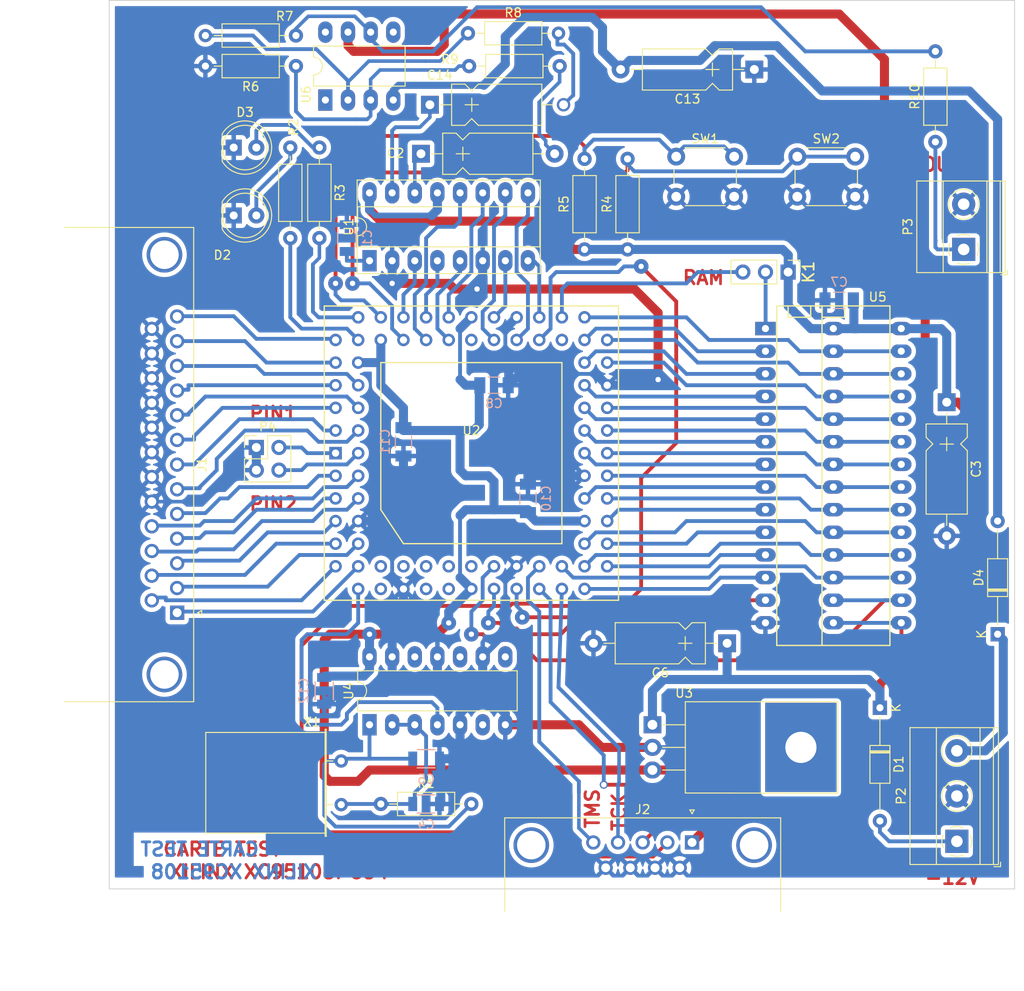
<source format=kicad_pcb>
(kicad_pcb (version 20210424) (generator pcbnew)
  (title_block (title "CARTE TEST XILINX XC95108") (rev "0"))
  (layers (0 "F.Cu" signal) (31 "B.Cu" signal) (34 "B.Paste" user) (35 "F.Paste" user) (36 "B.SilkS" user "B.Silkscreen") (37 "F.SilkS" user "F.Silkscreen") (38 "B.Mask" user) (39 "F.Mask" user) (44 "Edge.Cuts" user))
  (net 0 "")
  (net 1 "+12V")
  (net 2 "-12V")
  (net 3 "/CSMEM")
  (net 4 "/DAT0")
  (net 5 "/DAT1")
  (net 6 "/DAT2")
  (net 7 "/DAT3")
  (net 8 "/DAT4")
  (net 9 "/DAT5")
  (net 10 "/DAT6")
  (net 11 "/DAT7")
  (net 12 "/DCLK")
  (net 13 "/LED1")
  (net 14 "/LED2")
  (net 15 "/MA0")
  (net 16 "/MA1")
  (net 17 "/MA2")
  (net 18 "/MA3")
  (net 19 "/MA4")
  (net 20 "/MA5")
  (net 21 "/MA6")
  (net 22 "/MA7")
  (net 23 "/MD0")
  (net 24 "/MD1")
  (net 25 "/MD10")
  (net 26 "/MD11")
  (net 27 "/MD12")
  (net 28 "/MD13")
  (net 29 "/MD14")
  (net 30 "/MD2")
  (net 31 "/MD3")
  (net 32 "/MD4")
  (net 33 "/MD5")
  (net 34 "/MD6")
  (net 35 "/MD7")
  (net 36 "/MD8")
  (net 37 "/MD9")
  (net 38 "/OEMEM")
  (net 39 "/PARBUS0")
  (net 40 "/PARBUS1")
  (net 41 "/PARBUS2")
  (net 42 "/PARBUS3")
  (net 43 "/PARBUS4")
  (net 44 "/PARBUS5")
  (net 45 "/PARBUS6")
  (net 46 "/PARBUS7")
  (net 47 "/PAR_AUX0{slash}STROBE*")
  (net 48 "/PAR_AUX6{slash}ACK")
  (net 49 "/PAR_AUX5{slash}BUSY*")
  (net 50 "/PAR_AUX4{slash}PE")
  (net 51 "/PAR_AUX3{slash}SELECT*")
  (net 52 "/PAR_AUX2{slash}AUTOLF*")
  (net 53 "/PAR_AUX1{slash}ERROR*")
  (net 54 "/PAR_AUX7{slash}INIT")
  (net 55 "/PAR_AUX8{slash}SELECT")
  (net 56 "/PIN_TEST0")
  (net 57 "/PIN_TEST1")
  (net 58 "/XIN{slash}CLK")
  (net 59 "/SW0")
  (net 60 "/SW1")
  (net 61 "/TCK")
  (net 62 "/TDI")
  (net 63 "/TDO")
  (net 64 "/TMS")
  (net 66 "GND")
  (net 67 "Net-(C1-Pad1)")
  (net 68 "Net-(C14-Pad1)")
  (net 69 "Net-(C14-Pad2)")
  (net 70 "Net-(C2-Pad1)")
  (net 71 "Net-(C2-Pad2)")
  (net 72 "Net-(C4-Pad1)")
  (net 73 "Net-(C5-Pad1)")
  (net 74 "Net-(K1-Pad2)")
  (net 75 "Net-(P3-Pad1)")
  (net 76 "Net-(R10-Pad2)")
  (net 77 "Net-(R6-Pad1)")
  (net 78 "Net-(R7-Pad2)")
  (net 79 "VCC")
  (net 80 "/+12BATT")
  (net 81 "/-12BATT")
  (net 82 "Net-(D2-Pad2)")
  (net 83 "Net-(D3-Pad2)")
  (net 91 "/R{slash}W-A14")
  (footprint "Diode_THT:D_DO-35_SOD27_P12.70mm_Horizontal" (layer "F.Cu") (at 181.102 115.57 -90)
    (fp_text reference "D1")
    (fp_text value "1N4004")
  )
  (footprint "Diode_THT:D_DO-35_SOD27_P12.70mm_Horizontal" (layer "F.Cu") (at 194.31 107.315 90)
    (fp_text reference "D4")
    (fp_text value "1N4004")
  )
  (footprint "Button_Switch_THT:SW_PUSH_6mm_h4.3mm" (layer "F.Cu") (at 158.242 53.721)
    (fp_text reference "SW1")
    (fp_text value "SW_PUSH")
  )
  (footprint "Sockets:PLCC84" (layer "F.Cu") (at 135.255 86.995)
    (fp_text reference "U2")
    (fp_text value "XC95108PC84")
  )
  (footprint "Package_DIP:DIP-14_W7.62mm_LongPads" (layer "F.Cu") (at 123.825 117.475 90)
    (fp_text reference "U4")
    (fp_text value "74HC04")
  )
  (footprint "Connector_PinHeader_2.54mm:PinHeader_2x02_P2.54mm_Vertical" (layer "F.Cu") (at 111.125 86.36)
    (fp_text reference "P4")
    (fp_text value "CONN_2X2")
  )
  (footprint "Connector_PinHeader_2.54mm:PinHeader_1x03_P2.54mm_Vertical" (layer "F.Cu") (at 170.8 66.675 -90)
    (fp_text reference "K1")
    (fp_text value "CONN_3" hide)
  )
  (footprint "Resistor_THT:R_Axial_DIN0207_L6.3mm_D2.5mm_P10.16mm_Horizontal" (layer "F.Cu") (at 114.935 52.705 -90)
    (fp_text reference "R2")
    (fp_text value "330")
  )
  (footprint "Resistor_THT:R_Axial_DIN0207_L6.3mm_D2.5mm_P10.16mm_Horizontal" (layer "F.Cu") (at 134.874 39.878)
    (fp_text reference "R8")
    (fp_text value "2,2K")
  )
  (footprint "Resistor_THT:R_Axial_DIN0207_L6.3mm_D2.5mm_P10.16mm_Horizontal" (layer "F.Cu") (at 187.325 52.07 90)
    (fp_text reference "R10")
    (fp_text value "75")
  )
  (footprint "Resistor_THT:R_Axial_DIN0207_L6.3mm_D2.5mm_P10.16mm_Horizontal" (layer "F.Cu") (at 135.001 43.561)
    (fp_text reference "R9")
    (fp_text value "2,2K")
  )
  (footprint "Resistor_THT:R_Axial_DIN0207_L6.3mm_D2.5mm_P10.16mm_Horizontal" (layer "F.Cu") (at 125.095 126.365)
    (fp_text reference "R1")
    (fp_text value "100K")
  )
  (footprint "Resistor_THT:R_Axial_DIN0207_L6.3mm_D2.5mm_P10.16mm_Horizontal" (layer "F.Cu") (at 147.955 64.135 90)
    (fp_text reference "R5")
    (fp_text value "4,7K")
  )
  (footprint "Resistor_THT:R_Axial_DIN0207_L6.3mm_D2.5mm_P10.16mm_Horizontal" (layer "F.Cu") (at 115.57 43.561 180)
    (fp_text reference "R6")
    (fp_text value "1,1k")
  )
  (footprint "Resistor_THT:R_Axial_DIN0207_L6.3mm_D2.5mm_P10.16mm_Horizontal" (layer "F.Cu") (at 118.2 52.7 -90)
    (fp_text reference "R3")
    (fp_text value "330")
  )
  (footprint "Package_DIP:DIP-16_W7.62mm_Socket_LongPads" (layer "F.Cu") (at 123.825 65.405 90)
    (fp_text reference "U1")
    (fp_text value "TDA8702")
  )
  (footprint "Crystal:Crystal_HC18-U_Horizontal" (layer "F.Cu") (at 120.65 121.539 -90)
    (fp_text reference "X1")
    (fp_text value "10MHz")
  )
  (footprint "Resistor_THT:R_Axial_DIN0207_L6.3mm_D2.5mm_P10.16mm_Horizontal" (layer "F.Cu") (at 152.781 64.135 90)
    (fp_text reference "R4")
    (fp_text value "4,7K")
  )
  (footprint "Resistor_THT:R_Axial_DIN0207_L6.3mm_D2.5mm_P10.16mm_Horizontal" (layer "F.Cu") (at 115.57 40.132 180)
    (fp_text reference "R7")
    (fp_text value "1,1K")
  )
  (footprint "LED_THT:LED_D5.0mm" (layer "F.Cu") (at 108.585 52.705)
    (fp_text reference "D3")
    (fp_text value "LED")
  )
  (footprint "LED_THT:LED_D5.0mm" (layer "F.Cu") (at 108.585 60.325)
    (fp_text reference "D2")
    (fp_text value "LED")
  )
  (footprint "Package_DIP:DIP-8_W7.62mm_LongPads" (layer "F.Cu") (at 118.872 47.371 90)
    (fp_text reference "U6")
    (fp_text value "LM318N")
  )
  (footprint "Connector_Dsub:DSUB-25_Female_Horizontal_P2.77x2.84mm_EdgePinOffset9.90mm_Housed_MountingHolesOffset11.32mm" (layer "F.Cu") (at 102.235 104.902 -90)
    (fp_text reference "J1")
    (fp_text value "DB25")
  )
  (footprint "Package_TO_SOT_THT:TO-220-3_Horizontal_TabDown" (layer "F.Cu") (at 155.575 117.475 -90)
    (fp_text reference "U3")
    (fp_text value "LM7805")
  )
  (footprint "Connector_Dsub:DSUB-9_Female_Horizontal_P2.77x2.84mm_EdgePinOffset4.94mm_Housed_MountingHolesOffset7.48mm" (layer "F.Cu") (at 160.02 130.683)
    (fp_text reference "J2")
    (fp_text value "DB9FEM")
  )
  (footprint "TerminalBlock_Phoenix:TerminalBlock_Phoenix_MKDS-1,5-3-5.08_1x03_P5.08mm_Horizontal" (layer "F.Cu") (at 189.738 130.556 90)
    (fp_text reference "P2")
    (fp_text value "CONN_3")
  )
  (footprint "TerminalBlock_Phoenix:TerminalBlock_Phoenix_MKDS-1,5-2-5.08_1x02_P5.08mm_Horizontal" (layer "F.Cu") (at 190.5 64.135 90)
    (fp_text reference "P3")
    (fp_text value "CONN_2")
  )
  (footprint "Capacitor_THT:CP_Axial_L10.0mm_D4.5mm_P15.00mm_Horizontal" (layer "F.Cu") (at 167.005 43.942 180)
    (fp_text reference "C13")
    (fp_text value "10uF")
  )
  (footprint "Capacitor_THT:CP_Axial_L10.0mm_D4.5mm_P15.00mm_Horizontal" (layer "F.Cu") (at 163.957 108.331 180)
    (fp_text reference "C6")
    (fp_text value "47uF")
  )
  (footprint "Capacitor_THT:CP_Axial_L10.0mm_D4.5mm_P15.00mm_Horizontal" (layer "F.Cu") (at 188.595 81.28 -90)
    (fp_text reference "C3")
    (fp_text value "10uF")
  )
  (footprint "Capacitor_THT:CP_Axial_L10.0mm_D4.5mm_P15.00mm_Horizontal" (layer "F.Cu") (at 129.6 53.4)
    (fp_text reference "C2")
    (fp_text value "10uF")
  )
  (footprint "Button_Switch_THT:SW_PUSH_6mm_h4.3mm" (layer "F.Cu") (at 171.831 53.721)
    (fp_text reference "SW2")
    (fp_text value "SW_PUSH")
  )
  (footprint "Sockets_DIP:DIP-28__300__600_ELL" (layer "F.Cu") (at 168.275 73.025)
    (fp_text reference "U5")
    (fp_text value "RAM_32KO")
  )
  (footprint "Capacitor_THT:CP_Axial_L10.0mm_D4.5mm_P15.00mm_Horizontal" (layer "F.Cu") (at 130.6 47.9)
    (fp_text reference "C14")
    (fp_text value "10uF")
  )
  (footprint "Capacitors_SMD:C_1206" (layer "B.Cu") (at 121.285 62.865 90)
    (fp_text reference "C1")
    (fp_text value "100nF")
  )
  (footprint "Capacitors_SMD:C_1206" (layer "B.Cu") (at 130.175 126.365)
    (fp_text reference "C4")
    (fp_text value "22pF")
  )
  (footprint "Capacitors_SMD:C_1206" (layer "B.Cu") (at 130.175 121.285)
    (fp_text reference "C5")
    (fp_text value "22pF")
  )
  (footprint "Capacitors_SMD:C_1206" (layer "B.Cu") (at 118.745 113.665 -90)
    (fp_text reference "C12")
    (fp_text value "100nF")
  )
  (footprint "Capacitor_SMD:C_1206_3216Metric_Pad1.24x1.80mm_HandSolder" (layer "B.Cu") (at 127.635 85.725 -90)
    (fp_text reference "C11")
    (fp_text value "100nF")
  )
  (footprint "Capacitor_SMD:C_1206_3216Metric_Pad1.24x1.80mm_HandSolder" (layer "B.Cu") (at 141.605 92.075 90)
    (fp_text reference "C10")
    (fp_text value "100nF")
  )
  (footprint "Capacitor_SMD:C_1206_3216Metric_Pad1.24x1.80mm_HandSolder" (layer "B.Cu") (at 137.795 79.375)
    (fp_text reference "C8")
    (fp_text value "100nF")
  )
  (footprint "Capacitor_SMD:C_1206_3216Metric_Pad1.24x1.80mm_HandSolder" (layer "B.Cu") (at 176.53 69.85 180)
    (fp_text reference "C7")
    (fp_text value "100nF")
  )
  (gr_line (start 196.215 37.465) (end 196.215 36.195) (angle 90) (layer "Edge.Cuts") (width 0.1))
  (gr_line (start 94.615 46.355) (end 94.615 53.975) (angle 90) (layer "Edge.Cuts") (width 0.1))
  (gr_line (start 196.215 36.195) (end 94.615 36.195) (angle 90) (layer "Edge.Cuts") (width 0.1))
  (gr_line (start 196.215 135.89) (end 194.945 135.89) (angle 90) (layer "Edge.Cuts") (width 0.1))
  (gr_line (start 160.655 135.89) (end 192.405 135.89) (angle 90) (layer "Edge.Cuts") (width 0.1))
  (gr_line (start 94.615 53.975) (end 94.615 132.715) (angle 90) (layer "Edge.Cuts") (width 0.1))
  (gr_line (start 94.615 132.715) (end 94.615 133.985) (angle 90) (layer "Edge.Cuts") (width 0.1))
  (gr_line (start 94.615 36.195) (end 94.615 46.355) (angle 90) (layer "Edge.Cuts") (width 0.1))
  (gr_line (start 192.405 135.89) (end 194.945 135.89) (angle 90) (layer "Edge.Cuts") (width 0.1))
  (gr_line (start 196.215 37.465) (end 196.215 135.89) (angle 90) (layer "Edge.Cuts") (width 0.1))
  (gr_line (start 94.615 133.985) (end 94.615 135.89) (angle 90) (layer "Edge.Cuts") (width 0.1))
  (gr_line (start 94.615 135.89) (end 144.78 135.89) (angle 90) (layer "Edge.Cuts") (width 0.1))
  (gr_line (start 144.78 135.89) (end 160.655 135.89) (angle 90) (layer "Edge.Cuts") (width 0.1))
  (gr_text "TCK" (at 151.83866 127.254 90) (layer "F.Cu") (effects (font (size 1.524 1.524) (thickness 0.3048))))
  (gr_text "XILINX XC95108PC84" (at 113.665 133.985) (layer "F.Cu") (effects (font (size 1.524 1.524) (thickness 0.3048))))
  (gr_text "ROM" (at 176.53 67.31) (layer "F.Cu") (effects (font (size 1.524 1.524) (thickness 0.3048))))
  (gr_text "GND" (at 187.325 68.58) (layer "F.Cu") (effects (font (size 1.524 1.524) (thickness 0.3048))))
  (gr_text "GND" (at 183.388 124.841 90) (layer "F.Cu") (effects (font (size 1.524 1.524) (thickness 0.3048))))
  (gr_text "VOUT" (at 187.325 54.61) (layer "F.Cu") (effects (font (size 1.524 1.524) (thickness 0.3048))))
  (gr_text "VCC" (at 160.02 126.873 90) (layer "F.Cu") (effects (font (size 1.524 1.524) (thickness 0.3048))))
  (gr_text "PIN1" (at 113.03 82.55) (layer "F.Cu") (effects (font (size 1.524 1.524) (thickness 0.3048))))
  (gr_text "TDO" (at 157.55366 126.873 90) (layer "F.Cu") (effects (font (size 1.524 1.524) (thickness 0.3048))))
  (gr_text "TMS" (at 148.844 126.873 90) (layer "F.Cu") (effects (font (size 1.524 1.524) (thickness 0.3048))))
  (gr_text "+12V" (at 189.865 116.713) (layer "F.Cu") (effects (font (size 1.524 1.524) (thickness 0.3048))))
  (gr_text "PIN2" (at 113.03 92.71) (layer "F.Cu") (effects (font (size 1.524 1.524) (thickness 0.3048))))
  (gr_text "-12V" (at 189.23 134.62) (layer "F.Cu") (effects (font (size 1.524 1.524) (thickness 0.3048))))
  (gr_text "RAM" (at 161.29 67.31) (layer "F.Cu") (effects (font (size 1.524 1.524) (thickness 0.3048))))
  (gr_text "CARTE TEST" (at 107.315 131.445) (layer "F.Cu") (effects (font (size 1.524 1.524) (thickness 0.3048))))
  (gr_text "TDI" (at 154.52725 126.873 90) (layer "F.Cu") (effects (font (size 1.27 1.524) (thickness 0.3048))))
  (gr_text "XILINX XC95108" (at 108.585 133.985) (layer "B.Cu") (effects (font (size 1.524 1.524) (thickness 0.3048)) (justify mirror)))
  (gr_text "CARTE TEST" (at 104.775 131.445) (layer "B.Cu") (effects (font (size 1.524 1.524) (thickness 0.3048)) (justify mirror)))
  (segment (start 121.412 41.275) (end 121.412 39.751) (width 1.016) (layer "F.Cu") (net 1))
  (segment (start 181.102 115.57) (end 181.102 112.903) (width 1.016) (layer "F.Cu") (net 1))
  (segment (start 181.61 42.799) (end 176.53 37.719) (width 1.016) (layer "F.Cu") (net 1))
  (segment (start 132.842 37.719) (end 132.207 38.354) (width 1.016) (layer "F.Cu") (net 1))
  (segment (start 186.182 71.247) (end 181.61 66.675) (width 1.016) (layer "F.Cu") (net 1))
  (segment (start 181.102 112.903) (end 186.182 107.823) (width 1.016) (layer "F.Cu") (net 1))
  (segment (start 122.047 41.91) (end 121.412 41.275) (width 1.016) (layer "F.Cu") (net 1))
  (segment (start 176.53 37.719) (end 132.842 37.719) (width 1.016) (layer "F.Cu") (net 1))
  (segment (start 186.182 107.823) (end 186.182 71.247) (width 1.016) (layer "F.Cu") (net 1))
  (segment (start 132.207 41.148) (end 131.445 41.91) (width 1.016) (layer "F.Cu") (net 1))
  (segment (start 132.207 38.354) (end 132.207 41.148) (width 1.016) (layer "F.Cu") (net 1))
  (segment (start 181.61 66.675) (end 181.61 42.799) (width 1.016) (layer "F.Cu") (net 1))
  (segment (start 131.445 41.91) (end 122.047 41.91) (width 1.016) (layer "F.Cu") (net 1))
  (segment (start 178.562 112.395) (end 179.705 112.395) (width 1.016) (layer "B.Cu") (net 1))
  (segment (start 178.562 112.395) (end 179.832 112.395) (width 1.016) (layer "B.Cu") (net 1))
  (segment (start 155.575 113.665) (end 155.575 117.475) (width 1.016) (layer "B.Cu") (net 1))
  (segment (start 181.102 113.665) (end 181.102 115.57) (width 1.016) (layer "B.Cu") (net 1))
  (segment (start 179.832 112.395) (end 181.102 113.665) (width 1.016) (layer "B.Cu") (net 1))
  (segment (start 156.845 112.395) (end 155.575 113.665) (width 1.016) (layer "B.Cu") (net 1))
  (segment (start 163.83 112.395) (end 163.957 112.268) (width 1.016) (layer "B.Cu") (net 1))
  (segment (start 163.83 112.395) (end 178.562 112.395) (width 1.016) (layer "B.Cu") (net 1))
  (segment (start 163.957 112.268) (end 163.957 108.331) (width 1.016) (layer "B.Cu") (net 1))
  (segment (start 163.83 112.395) (end 156.845 112.395) (width 1.016) (layer "B.Cu") (net 1))
  (segment (start 149.973 41.91) (end 149.973 39.229) (width 1.016) (layer "B.Cu") (net 2))
  (segment (start 160.909 42.926) (end 162.56 41.275) (width 1.016) (layer "B.Cu") (net 2))
  (segment (start 149.973 39.229) (end 148.844 38.1) (width 1.016) (layer "B.Cu") (net 2))
  (segment (start 127.08 45.72) (end 136.652 45.72) (width 0.8) (layer "B.Cu") (net 2))
  (segment (start 126.492 46.308) (end 127.08 45.72) (width 0.8) (layer "B.Cu") (net 2))
  (segment (start 194.31 49.53) (end 191.135 46.355) (width 1.016) (layer "B.Cu") (net 2))
  (segment (start 141.224 38.1) (end 139.065 40.259) (width 1.016) (layer "B.Cu") (net 2))
  (segment (start 169.545 41.275) (end 174.625 46.355) (width 1.016) (layer "B.Cu") (net 2))
  (segment (start 139.065 40.259) (end 139.065 43.307) (width 1.016) (layer "B.Cu") (net 2))
  (segment (start 139.065 43.307) (end 136.652 45.72) (width 1.016) (layer "B.Cu") (net 2))
  (segment (start 174.625 46.355) (end 191.135 46.355) (width 1.016) (layer "B.Cu") (net 2))
  (segment (start 162.56 41.275) (end 169.545 41.275) (width 1.016) (layer "B.Cu") (net 2))
  (segment (start 126.492 47.371) (end 126.492 46.308) (width 0.8) (layer "B.Cu") (net 2))
  (segment (start 160.909 42.926) (end 153.021 42.926) (width 1.016) (layer "B.Cu") (net 2))
  (segment (start 153.021 42.926) (end 152.005 43.942) (width 1.016) (layer "B.Cu") (net 2))
  (segment (start 194.31 94.615) (end 194.31 49.53) (width 1.016) (layer "B.Cu") (net 2))
  (segment (start 148.844 38.1) (end 141.224 38.1) (width 1.016) (layer "B.Cu") (net 2))
  (segment (start 152.005 43.942) (end 149.973 41.91) (width 1.016) (layer "B.Cu") (net 2))
  (segment (start 183.515 93.345) (end 175.895 93.345) (width 0.4318) (layer "B.Cu") (net 3))
  (segment (start 175.895 93.345) (end 173.355 93.345) (width 0.4318) (layer "B.Cu") (net 3))
  (segment (start 173.355 93.345) (end 172.085 92.075) (width 0.4318) (layer "B.Cu") (net 3))
  (segment (start 150.495 92.075) (end 172.085 92.075) (width 0.4318) (layer "B.Cu") (net 3))
  (segment (start 130.175 67.945) (end 130.175 62.865) (width 0.4318) (layer "B.Cu") (net 4))
  (segment (start 133.35 61.595) (end 133.985 60.96) (width 0.4318) (layer "B.Cu") (net 4))
  (segment (start 133.985 60.96) (end 133.985 57.785) (width 0.4318) (layer "B.Cu") (net 4))
  (segment (start 128.905 69.215) (end 130.175 67.945) (width 0.4318) (layer "B.Cu") (net 4))
  (segment (start 131.445 61.595) (end 133.35 61.595) (width 0.4318) (layer "B.Cu") (net 4))
  (segment (start 130.175 62.865) (end 131.445 61.595) (width 0.4318) (layer "B.Cu") (net 4))
  (segment (start 130.175 74.295) (end 128.905 73.025) (width 0.4318) (layer "B.Cu") (net 4))
  (segment (start 128.905 73.025) (end 128.905 69.215) (width 0.4318) (layer "B.Cu") (net 4))
  (segment (start 135.255 61.595) (end 136.525 60.325) (width 0.4318) (layer "B.Cu") (net 5))
  (segment (start 132.715 69.215) (end 135.255 66.675) (width 0.4318) (layer "B.Cu") (net 5))
  (segment (start 136.525 57.785) (end 136.525 60.325) (width 0.4318) (layer "B.Cu") (net 5))
  (segment (start 135.255 61.595) (end 135.255 66.675) (width 0.4318) (layer "B.Cu") (net 5))
  (segment (start 132.715 69.215) (end 132.715 71.755) (width 0.4318) (layer "B.Cu") (net 5))
  (segment (start 128.905 67.945) (end 127.635 69.215) (width 0.4318) (layer "B.Cu") (net 6))
  (segment (start 128.905 65.405) (end 128.905 67.945) (width 0.4318) (layer "B.Cu") (net 6))
  (segment (start 127.635 69.215) (end 127.635 71.755) (width 0.4318) (layer "B.Cu") (net 6))
  (segment (start 130.175 69.215) (end 131.445 67.945) (width 0.4318) (layer "B.Cu") (net 7))
  (segment (start 130.175 71.755) (end 130.175 69.215) (width 0.4318) (layer "B.Cu") (net 7))
  (segment (start 131.445 67.945) (end 131.445 65.405) (width 0.4318) (layer "B.Cu") (net 7))
  (segment (start 139.065 60.325) (end 137.795 61.595) (width 0.4318) (layer "B.Cu") (net 8))
  (segment (start 136.525 71.12) (end 137.795 69.85) (width 0.4318) (layer "B.Cu") (net 8))
  (segment (start 139.065 57.785) (end 139.065 60.325) (width 0.4318) (layer "B.Cu") (net 8))
  (segment (start 137.795 69.85) (end 137.795 61.595) (width 0.4318) (layer "B.Cu") (net 8))
  (segment (start 136.525 73.025) (end 137.795 74.295) (width 0.4318) (layer "B.Cu") (net 8))
  (segment (start 136.525 71.12) (end 136.525 73.025) (width 0.4318) (layer "B.Cu") (net 8))
  (segment (start 140.335 74.295) (end 141.605 73.025) (width 0.4318) (layer "B.Cu") (net 9))
  (segment (start 141.605 57.785) (end 141.605 60.325) (width 0.4318) (layer "B.Cu") (net 9))
  (segment (start 141.605 67.945) (end 140.335 66.675) (width 0.4318) (layer "B.Cu") (net 9))
  (segment (start 141.605 60.325) (end 140.335 61.595) (width 0.4318) (layer "B.Cu") (net 9))
  (segment (start 140.335 61.595) (end 140.335 66.675) (width 0.4318) (layer "B.Cu") (net 9))
  (segment (start 141.605 73.025) (end 141.605 67.945) (width 0.4318) (layer "B.Cu") (net 9))
  (segment (start 142.875 71.755) (end 142.875 66.04) (width 0.4318) (layer "B.Cu") (net 10))
  (segment (start 142.875 66.04) (end 142.24 65.405) (width 0.4318) (layer "B.Cu") (net 10))
  (segment (start 142.24 65.405) (end 141.605 65.405) (width 0.4318) (layer "B.Cu") (net 10))
  (segment (start 139.065 70.485) (end 137.795 71.755) (width 0.4318) (layer "B.Cu") (net 11))
  (segment (start 139.065 65.405) (end 139.065 70.485) (width 0.4318) (layer "B.Cu") (net 11))
  (segment (start 133.985 66.675) (end 133.985 65.405) (width 0.4318) (layer "B.Cu") (net 12))
  (segment (start 131.445 69.215) (end 133.985 66.675) (width 0.4318) (layer "B.Cu") (net 12))
  (segment (start 131.445 73.025) (end 131.445 69.215) (width 0.4318) (layer "B.Cu") (net 12))
  (segment (start 132.715 74.295) (end 131.445 73.025) (width 0.4318) (layer "B.Cu") (net 12))
  (segment (start 116.205 73.025) (end 114.935 71.755) (width 0.4318) (layer "B.Cu") (net 13))
  (segment (start 114.935 62.865) (end 114.935 71.755) (width 0.4318) (layer "B.Cu") (net 13))
  (segment (start 121.285 73.025) (end 122.555 74.295) (width 0.4318) (layer "B.Cu") (net 13))
  (segment (start 116.205 73.025) (end 121.285 73.025) (width 0.4318) (layer "B.Cu") (net 13))
  (segment (start 117.475 71.12) (end 118.11 71.755) (width 0.4318) (layer "B.Cu") (net 14))
  (segment (start 118.2 62.86) (end 118.2 65.075) (width 0.4) (layer "B.Cu") (net 14))
  (segment (start 117.475 65.8) (end 117.475 71.12) (width 0.4318) (layer "B.Cu") (net 14))
  (segment (start 118.2 65.075) (end 117.475 65.8) (width 0.4) (layer "B.Cu") (net 14))
  (segment (start 118.11 71.755) (end 122.555 71.755) (width 0.4318) (layer "B.Cu") (net 14))
  (segment (start 161.925 99.695) (end 163.195 98.425) (width 0.4318) (layer "B.Cu") (net 15))
  (segment (start 150.495 99.695) (end 161.925 99.695) (width 0.4318) (layer "B.Cu") (net 15))
  (segment (start 163.195 98.425) (end 168.275 98.425) (width 0.4318) (layer "B.Cu") (net 15))
  (segment (start 161.925 102.235) (end 163.195 100.965) (width 0.4318) (layer "B.Cu") (net 16))
  (segment (start 163.195 100.965) (end 168.275 100.965) (width 0.4318) (layer "B.Cu") (net 16))
  (segment (start 147.955 102.235) (end 161.925 102.235) (width 0.4318) (layer "B.Cu") (net 16))
  (segment (start 161.925 105.41) (end 163.83 103.505) (width 0.4318) (layer "F.Cu") (net 17))
  (segment (start 140.97 105.41) (end 161.925 105.41) (width 0.4318) (layer "F.Cu") (net 17))
  (segment (start 163.83 103.505) (end 168.275 103.505) (width 0.4318) (layer "F.Cu") (net 17))
  (via (at 140.97 105.41) (size 1.651) (drill 0.6) (layers "F.Cu" "B.Cu") (net 17))
  (segment (start 140.335 102.235) (end 140.335 104.14) (width 0.4318) (layer "B.Cu") (net 17))
  (segment (start 140.97 104.775) (end 140.97 105.41) (width 0.4318) (layer "B.Cu") (net 17))
  (segment (start 140.335 104.14) (end 140.97 104.775) (width 0.4318) (layer "B.Cu") (net 17))
  (segment (start 169.926 109.22) (end 182.88 109.22) (width 0.4318) (layer "F.Cu") (net 18))
  (segment (start 137.16 107.95) (end 140.335 107.95) (width 0.4318) (layer "F.Cu") (net 18))
  (segment (start 183.515 108.585) (end 183.515 106.045) (width 0.4318) (layer "F.Cu") (net 18))
  (segment (start 140.335 107.95) (end 142.621 110.236) (width 0.4318) (layer "F.Cu") (net 18))
  (segment (start 168.91 110.236) (end 169.926 109.22) (width 0.4318) (layer "F.Cu") (net 18))
  (segment (start 136.525 107.315) (end 137.16 107.95) (width 0.4318) (layer "F.Cu") (net 18))
  (segment (start 135.255 107.315) (end 136.525 107.315) (width 0.4318) (layer "F.Cu") (net 18))
  (segment (start 182.88 109.22) (end 183.515 108.585) (width 0.4318) (layer "F.Cu") (net 18))
  (segment (start 142.621 110.236) (end 168.91 110.236) (width 0.4318) (layer "F.Cu") (net 18))
  (via (at 135.255 107.315) (size 1.651) (drill 0.6) (layers "F.Cu" "B.Cu") (net 18))
  (segment (start 136.525 100.965) (end 137.795 99.695) (width 0.4318) (layer "B.Cu") (net 18))
  (segment (start 135.255 107.315) (end 135.255 104.775) (width 0.4318) (layer "B.Cu") (net 18))
  (segment (start 136.525 103.505) (end 136.525 100.965) (width 0.4318) (layer "B.Cu") (net 18))
  (segment (start 135.255 104.775) (end 136.525 103.505) (width 0.4318) (layer "B.Cu") (net 18))
  (segment (start 175.895 106.045) (end 183.515 106.045) (width 0.4318) (layer "B.Cu") (net 18))
  (segment (start 166.751 107.95) (end 177.165 107.95) (width 0.4318) (layer "F.Cu") (net 19))
  (segment (start 139.065 106.68) (end 140.335 106.68) (width 0.4318) (layer "F.Cu") (net 19))
  (segment (start 177.165 107.95) (end 181.61 103.505) (width 0.4318) (layer "F.Cu") (net 19))
  (segment (start 140.97 107.315) (end 145.288 107.315) (width 0.4318) (layer "F.Cu") (net 19))
  (segment (start 137.16 106.045) (end 138.43 106.045) (width 0.4318) (layer "F.Cu") (net 19))
  (segment (start 145.288 107.315) (end 146.177 106.426) (width 0.4318) (layer "F.Cu") (net 19))
  (segment (start 146.177 106.426) (end 165.227 106.426) (width 0.4318) (layer "F.Cu") (net 19))
  (segment (start 140.335 106.68) (end 140.97 107.315) (width 0.4318) (layer "F.Cu") (net 19))
  (segment (start 181.61 103.505) (end 183.515 103.505) (width 0.4318) (layer "F.Cu") (net 19))
  (segment (start 138.43 106.045) (end 139.065 106.68) (width 0.4318) (layer "F.Cu") (net 19))
  (segment (start 165.227 106.426) (end 166.751 107.95) (width 0.4318) (layer "F.Cu") (net 19))
  (via (at 137.16 106.045) (size 1.651) (drill 0.6) (layers "F.Cu" "B.Cu") (net 19))
  (segment (start 137.795 104.14) (end 137.16 104.775) (width 0.4318) (layer "B.Cu") (net 19))
  (segment (start 137.795 104.14) (end 137.795 102.235) (width 0.4318) (layer "B.Cu") (net 19))
  (segment (start 183.515 103.505) (end 175.895 103.505) (width 0.4318) (layer "B.Cu") (net 19))
  (segment (start 137.16 104.775) (end 137.16 106.045) (width 0.4318) (layer "B.Cu") (net 19))
  (segment (start 161.925 100.965) (end 163.195 99.695) (width 0.4318) (layer "B.Cu") (net 20))
  (segment (start 175.895 100.965) (end 173.99 100.965) (width 0.4318) (layer "B.Cu") (net 20))
  (segment (start 163.195 99.695) (end 172.72 99.695) (width 0.4318) (layer "B.Cu") (net 20))
  (segment (start 173.99 100.965) (end 172.72 99.695) (width 0.4318) (layer "B.Cu") (net 20))
  (segment (start 145.415 99.695) (end 146.685 100.965) (width 0.4318) (layer "B.Cu") (net 20))
  (segment (start 175.895 100.965) (end 183.515 100.965) (width 0.4318) (layer "B.Cu") (net 20))
  (segment (start 146.685 100.965) (end 161.925 100.965) (width 0.4318) (layer "B.Cu") (net 20))
  (segment (start 183.515 98.425) (end 175.895 98.425) (width 0.4318) (layer "B.Cu") (net 21))
  (segment (start 175.895 98.425) (end 173.355 98.425) (width 0.4318) (layer "B.Cu") (net 21))
  (segment (start 149.225 98.425) (end 161.925 98.425) (width 0.4318) (layer "B.Cu") (net 21))
  (segment (start 161.925 98.425) (end 163.195 97.155) (width 0.4318) (layer "B.Cu") (net 21))
  (segment (start 163.195 97.155) (end 172.085 97.155) (width 0.4318) (layer "B.Cu") (net 21))
  (segment (start 147.955 99.695) (end 149.225 98.425) (width 0.4318) (layer "B.Cu") (net 21))
  (segment (start 173.355 98.425) (end 172.085 97.155) (width 0.4318) (layer "B.Cu") (net 21))
  (segment (start 149.225 95.885) (end 158.115 95.885) (width 0.4318) (layer "B.Cu") (net 22))
  (segment (start 158.115 95.885) (end 159.385 94.615) (width 0.4318) (layer "B.Cu") (net 22))
  (segment (start 147.955 97.155) (end 149.225 95.885) (width 0.4318) (layer "B.Cu") (net 22))
  (segment (start 173.99 95.885) (end 172.72 94.615) (width 0.4318) (layer "B.Cu") (net 22))
  (segment (start 183.515 95.885) (end 175.895 95.885) (width 0.4318) (layer "B.Cu") (net 22))
  (segment (start 175.895 95.885) (end 173.99 95.885) (width 0.4318) (layer "B.Cu") (net 22))
  (segment (start 172.72 94.615) (end 159.385 94.615) (width 0.4318) (layer "B.Cu") (net 22))
  (segment (start 159.385 97.155) (end 160.655 95.885) (width 0.4318) (layer "B.Cu") (net 23))
  (segment (start 160.655 95.885) (end 168.275 95.885) (width 0.4318) (layer "B.Cu") (net 23))
  (segment (start 150.495 97.155) (end 159.385 97.155) (width 0.4318) (layer "B.Cu") (net 23))
  (segment (start 150.495 94.615) (end 151.765 93.345) (width 0.4318) (layer "B.Cu") (net 24))
  (segment (start 151.765 93.345) (end 168.275 93.345) (width 0.4318) (layer "B.Cu") (net 24))
  (segment (start 183.515 90.805) (end 175.895 90.805) (width 0.4318) (layer "B.Cu") (net 25))
  (segment (start 150.495 89.535) (end 172.72 89.535) (width 0.4318) (layer "B.Cu") (net 25))
  (segment (start 175.895 90.805) (end 173.99 90.805) (width 0.4318) (layer "B.Cu") (net 25))
  (segment (start 173.99 90.805) (end 172.72 89.535) (width 0.4318) (layer "B.Cu") (net 25))
  (segment (start 175.895 85.725) (end 183.515 85.725) (width 0.4318) (layer "B.Cu") (net 26))
  (segment (start 175.895 85.725) (end 173.99 85.725) (width 0.4318) (layer "B.Cu") (net 26))
  (segment (start 173.99 85.725) (end 172.72 84.455) (width 0.4318) (layer "B.Cu") (net 26))
  (segment (start 150.495 84.455) (end 172.72 84.455) (width 0.4318) (layer "B.Cu") (net 26))
  (segment (start 147.955 74.295) (end 149.225 73.025) (width 0.4318) (layer "B.Cu") (net 27))
  (segment (start 160.655 75.565) (end 168.275 75.565) (width 0.4318) (layer "B.Cu") (net 27))
  (segment (start 149.225 73.025) (end 158.115 73.025) (width 0.4318) (layer "B.Cu") (net 27))
  (segment (start 158.115 73.025) (end 160.655 75.565) (width 0.4318) (layer "B.Cu") (net 27))
  (segment (start 175.895 78.105) (end 183.515 78.105) (width 0.4318) (layer "B.Cu") (net 28))
  (segment (start 175.895 78.105) (end 172.085 78.105) (width 0.4318) (layer "B.Cu") (net 28))
  (segment (start 170.815 76.835) (end 172.085 78.105) (width 0.4318) (layer "B.Cu") (net 28))
  (segment (start 160.655 76.835) (end 170.815 76.835) (width 0.4318) (layer "B.Cu") (net 28))
  (segment (start 158.115 74.295) (end 160.655 76.835) (width 0.4318) (layer "B.Cu") (net 28))
  (segment (start 158.115 74.295) (end 150.495 74.295) (width 0.4318) (layer "B.Cu") (net 28))
  (segment (start 160.655 66.675) (end 165.735 66.675) (width 0.4318) (layer "B.Cu") (net 29))
  (segment (start 145.415 68.58) (end 146.05 67.945) (width 0.4318) (layer "B.Cu") (net 29))
  (segment (start 159.385 67.945) (end 160.655 66.675) (width 0.4318) (layer "B.Cu") (net 29))
  (segment (start 146.05 67.945) (end 159.385 67.945) (width 0.4318) (layer "B.Cu") (net 29))
  (segment (start 145.415 71.755) (end 145.415 68.58) (width 0.4318) (layer "B.Cu") (net 29))
  (segment (start 149.225 90.805) (end 168.275 90.805) (width 0.4318) (layer "B.Cu") (net 30))
  (segment (start 147.955 92.075) (end 149.225 90.805) (width 0.4318) (layer "B.Cu") (net 30))
  (segment (start 149.225 88.265) (end 168.275 88.265) (width 0.4318) (layer "B.Cu") (net 31))
  (segment (start 147.955 86.995) (end 149.225 88.265) (width 0.4318) (layer "B.Cu") (net 31))
  (segment (start 149.225 85.725) (end 147.955 84.455) (width 0.4318) (layer "B.Cu") (net 32))
  (segment (start 168.275 85.725) (end 149.225 85.725) (width 0.4318) (layer "B.Cu") (net 32))
  (segment (start 168.275 83.185) (end 149.225 83.185) (width 0.4318) (layer "B.Cu") (net 33))
  (segment (start 149.225 83.185) (end 147.955 81.915) (width 0.4318) (layer "B.Cu") (net 33))
  (segment (start 149.225 80.645) (end 168.275 80.645) (width 0.4318) (layer "B.Cu") (net 34))
  (segment (start 147.955 79.375) (end 149.225 80.645) (width 0.4318) (layer "B.Cu") (net 34))
  (segment (start 149.225 75.565) (end 147.955 76.835) (width 0.4318) (layer "B.Cu") (net 35))
  (segment (start 156.845 75.565) (end 149.225 75.565) (width 0.4318) (layer "B.Cu") (net 35))
  (segment (start 168.275 78.105) (end 159.385 78.105) (width 0.4318) (layer "B.Cu") (net 35))
  (segment (start 159.385 78.105) (end 156.845 75.565) (width 0.4318) (layer "B.Cu") (net 35))
  (segment (start 159.385 79.375) (end 172.72 79.375) (width 0.4318) (layer "B.Cu") (net 36))
  (segment (start 173.99 80.645) (end 172.72 79.375) (width 0.4318) (layer "B.Cu") (net 36))
  (segment (start 150.495 76.835) (end 156.845 76.835) (width 0.4318) (layer "B.Cu") (net 36))
  (segment (start 175.895 80.645) (end 173.99 80.645) (width 0.4318) (layer "B.Cu") (net 36))
  (segment (start 156.845 76.835) (end 159.385 79.375) (width 0.4318) (layer "B.Cu") (net 36))
  (segment (start 175.895 80.645) (end 183.515 80.645) (width 0.4318) (layer "B.Cu") (net 36))
  (segment (start 175.895 83.185) (end 183.515 83.185) (width 0.4318) (layer "B.Cu") (net 37))
  (segment (start 150.495 81.915) (end 172.72 81.915) (width 0.4318) (layer "B.Cu") (net 37))
  (segment (start 173.99 83.185) (end 172.72 81.915) (width 0.4318) (layer "B.Cu") (net 37))
  (segment (start 175.895 83.185) (end 173.99 83.185) (width 0.4318) (layer "B.Cu") (net 37))
  (segment (start 175.895 88.265) (end 173.99 88.265) (width 0.4318) (layer "B.Cu") (net 38))
  (segment (start 150.495 86.995) (end 172.72 86.995) (width 0.4318) (layer "B.Cu") (net 38))
  (segment (start 175.895 88.265) (end 183.515 88.265) (width 0.4318) (layer "B.Cu") (net 38))
  (segment (start 173.99 88.265) (end 172.72 86.995) (width 0.4318) (layer "B.Cu") (net 38))
  (segment (start 112.395 101.981) (end 115.951 98.425) (width 0.4318) (layer "B.Cu") (net 39))
  (segment (start 102.235 101.981) (end 112.395 101.981) (width 0.4318) (layer "B.Cu") (net 39))
  (segment (start 121.285 98.425) (end 122.555 97.155) (width 0.4318) (layer "B.Cu") (net 39))
  (segment (start 115.951 98.425) (end 121.285 98.425) (width 0.4318) (layer "B.Cu") (net 39))
  (segment (start 118.745 95.885) (end 120.015 94.615) (width 0.4318) (layer "B.Cu") (net 40))
  (segment (start 112.395 95.885) (end 109.22 99.06) (width 0.4318) (layer "B.Cu") (net 40))
  (segment (start 102.235 99.06) (end 102.235 99.314) (width 0.4318) (layer "B.Cu") (net 40))
  (segment (start 109.22 99.06) (end 102.235 99.06) (width 0.4318) (layer "B.Cu") (net 40))
  (segment (start 112.395 95.885) (end 118.745 95.885) (width 0.4318) (layer "B.Cu") (net 40))
  (segment (start 105.41 95.885) (end 108.585 95.885) (width 0.4318) (layer "B.Cu") (net 41))
  (segment (start 104.775 96.52) (end 105.41 95.885) (width 0.4318) (layer "B.Cu") (net 41))
  (segment (start 111.125 93.345) (end 117.475 93.345) (width 0.4318) (layer "B.Cu") (net 41))
  (segment (start 102.235 96.52) (end 104.775 96.52) (width 0.4318) (layer "B.Cu") (net 41))
  (segment (start 117.475 93.345) (end 118.745 92.075) (width 0.4318) (layer "B.Cu") (net 41))
  (segment (start 108.585 95.885) (end 111.125 93.345) (width 0.4318) (layer "B.Cu") (net 41))
  (segment (start 118.745 92.075) (end 120.015 92.075) (width 0.4318) (layer "B.Cu") (net 41))
  (segment (start 116.84 90.805) (end 118.11 89.535) (width 0.4318) (layer "B.Cu") (net 42))
  (segment (start 107.95 92.075) (end 109.22 90.805) (width 0.4318) (layer "B.Cu") (net 42))
  (segment (start 107.061 92.075) (end 107.95 92.075) (width 0.4318) (layer "B.Cu") (net 42))
  (segment (start 118.11 89.535) (end 120.015 89.535) (width 0.4318) (layer "B.Cu") (net 42))
  (segment (start 105.41 93.726) (end 107.061 92.075) (width 0.4318) (layer "B.Cu") (net 42))
  (segment (start 102.235 93.726) (end 105.41 93.726) (width 0.4318) (layer "B.Cu") (net 42))
  (segment (start 109.22 90.805) (end 116.84 90.805) (width 0.4318) (layer "B.Cu") (net 42))
  (segment (start 104.775 90.932) (end 104.775 90.805) (width 0.4318) (layer "B.Cu") (net 43))
  (segment (start 106.68 88.9) (end 106.68 87.63) (width 0.4318) (layer "B.Cu") (net 43))
  (segment (start 104.775 90.805) (end 106.68 88.9) (width 0.4318) (layer "B.Cu") (net 43))
  (segment (start 118.11 85.725) (end 121.285 85.725) (width 0.4318) (layer "B.Cu") (net 43))
  (segment (start 121.285 85.725) (end 122.555 84.455) (width 0.4318) (layer "B.Cu") (net 43))
  (segment (start 106.68 87.63) (end 109.855 84.455) (width 0.4318) (layer "B.Cu") (net 43))
  (segment (start 116.84 84.455) (end 118.11 85.725) (width 0.4318) (layer "B.Cu") (net 43))
  (segment (start 109.855 84.455) (end 116.84 84.455) (width 0.4318) (layer "B.Cu") (net 43))
  (segment (start 102.235 90.932) (end 104.775 90.932) (width 0.4318) (layer "B.Cu") (net 43))
  (segment (start 118.745 84.455) (end 120.015 84.455) (width 0.4318) (layer "B.Cu") (net 44))
  (segment (start 117.475 83.185) (end 118.745 84.455) (width 0.4318) (layer "B.Cu") (net 44))
  (segment (start 109.22 83.185) (end 117.475 83.185) (width 0.4318) (layer "B.Cu") (net 44))
  (segment (start 102.235 88.265) (end 104.14 88.265) (width 0.4318) (layer "B.Cu") (net 44))
  (segment (start 104.14 88.265) (end 109.22 83.185) (width 0.4318) (layer "B.Cu") (net 44))
  (segment (start 102.235 85.471) (end 104.14 85.471) (width 0.4318) (layer "B.Cu") (net 45))
  (segment (start 104.14 85.471) (end 104.14 85.09) (width 0.4318) (layer "B.Cu") (net 45))
  (segment (start 107.315 81.915) (end 120.015 81.915) (width 0.4318) (layer "B.Cu") (net 45))
  (segment (start 104.14 85.09) (end 107.315 81.915) (width 0.4318) (layer "B.Cu") (net 45))
  (segment (start 102.235 82.677) (end 103.505 82.677) (width 0.4318) (layer "B.Cu") (net 46))
  (segment (start 103.505 82.677) (end 103.505 82.55) (width 0.4318) (layer "B.Cu") (net 46))
  (segment (start 121.285 80.645) (end 122.555 81.915) (width 0.4318) (layer "B.Cu") (net 46))
  (segment (start 103.505 82.55) (end 105.41 80.645) (width 0.4318) (layer "B.Cu") (net 46))
  (segment (start 105.41 80.645) (end 121.285 80.645) (width 0.4318) (layer "B.Cu") (net 46))
  (segment (start 102.235 104.775) (end 117.475 104.775) (width 0.4318) (layer "B.Cu") (net 47))
  (segment (start 117.475 104.775) (end 122.555 99.695) (width 0.4318) (layer "B.Cu") (net 47))
  (segment (start 103.505 79.883) (end 103.505 79.375) (width 0.4318) (layer "B.Cu") (net 48))
  (segment (start 102.235 79.883) (end 103.505 79.883) (width 0.4318) (layer "B.Cu") (net 48))
  (segment (start 103.505 79.375) (end 120.015 79.375) (width 0.4318) (layer "B.Cu") (net 48))
  (segment (start 112.014 78.105) (end 121.285 78.105) (width 0.4318) (layer "B.Cu") (net 49))
  (segment (start 102.235 77.216) (end 111.125 77.216) (width 0.4318) (layer "B.Cu") (net 49))
  (segment (start 111.125 77.216) (end 112.014 78.105) (width 0.4318) (layer "B.Cu") (net 49))
  (segment (start 121.285 78.105) (end 122.555 79.375) (width 0.4318) (layer "B.Cu") (net 49))
  (segment (start 102.235 74.422) (end 109.855 74.422) (width 0.4318) (layer "B.Cu") (net 50))
  (segment (start 112.268 76.835) (end 120.015 76.835) (width 0.4318) (layer "B.Cu") (net 50))
  (segment (start 109.855 74.422) (end 112.268 76.835) (width 0.4318) (layer "B.Cu") (net 50))
  (segment (start 108.585 71.628) (end 111.125 74.168) (width 0.4318) (layer "B.Cu") (net 51))
  (segment (start 111.125 74.168) (end 120.015 74.168) (width 0.4318) (layer "B.Cu") (net 51))
  (segment (start 102.235 71.628) (end 108.585 71.628) (width 0.4318) (layer "B.Cu") (net 51))
  (segment (start 120.015 74.168) (end 120.015 74.295) (width 0.4318) (layer "B.Cu") (net 51))
  (segment (start 100.965 103.2002) (end 100.965 103.505) (width 0.4318) (layer "B.Cu") (net 52))
  (segment (start 100.965 103.505) (end 116.205 103.505) (width 0.4318) (layer "B.Cu") (net 52))
  (segment (start 116.205 103.505) (end 120.015 99.695) (width 0.4318) (layer "B.Cu") (net 52))
  (segment (start 99.695 103.2002) (end 100.965 103.2002) (width 0.4318) (layer "B.Cu") (net 52))
  (segment (start 99.695 100.6602) (end 109.855 100.6602) (width 0.4318) (layer "B.Cu") (net 53))
  (segment (start 113.3602 97.155) (end 120.015 97.155) (width 0.4318) (layer "B.Cu") (net 53))
  (segment (start 109.855 100.6602) (end 113.3602 97.155) (width 0.4318) (layer "B.Cu") (net 53))
  (segment (start 111.76 94.615) (end 117.475 94.615) (width 0.4318) (layer "B.Cu") (net 54))
  (segment (start 99.8728 98.044) (end 104.394 98.044) (width 0.4318) (layer "B.Cu") (net 54))
  (segment (start 104.394 98.044) (end 104.648 97.79) (width 0.4318) (layer "B.Cu") (net 54))
  (segment (start 121.285 93.345) (end 122.555 92.075) (width 0.4318) (layer "B.Cu") (net 54))
  (segment (start 118.745 93.345) (end 121.285 93.345) (width 0.4318) (layer "B.Cu") (net 54))
  (segment (start 108.585 97.79) (end 111.76 94.615) (width 0.4318) (layer "B.Cu") (net 54))
  (segment (start 118.745 93.345) (end 117.475 94.615) (width 0.4318) (layer "B.Cu") (net 54))
  (segment (start 104.648 97.79) (end 108.585 97.79) (width 0.4318) (layer "B.Cu") (net 54))
  (segment (start 99.695 97.8662) (end 99.8728 98.044) (width 0.4318) (layer "B.Cu") (net 54))
  (segment (start 104.775 95.123) (end 105.283 94.615) (width 0.4318) (layer "B.Cu") (net 55))
  (segment (start 121.285 90.805) (end 122.555 89.535) (width 0.4318) (layer "B.Cu") (net 55))
  (segment (start 105.283 94.615) (end 108.585 94.615) (width 0.4318) (layer "B.Cu") (net 55))
  (segment (start 118.745 90.805) (end 121.285 90.805) (width 0.4318) (layer "B.Cu") (net 55))
  (segment (start 99.695 95.123) (end 104.775 95.123) (width 0.4318) (layer "B.Cu") (net 55))
  (segment (start 111.125 92.075) (end 117.475 92.075) (width 0.4318) (layer "B.Cu") (net 55))
  (segment (start 117.475 92.075) (end 118.745 90.805) (width 0.4318) (layer "B.Cu") (net 55))
  (segment (start 108.585 94.615) (end 111.125 92.075) (width 0.4318) (layer "B.Cu") (net 55))
  (segment (start 116.205 86.36) (end 116.84 86.995) (width 0.4318) (layer "B.Cu") (net 56))
  (segment (start 116.84 86.995) (end 120.015 86.995) (width 0.4318) (layer "B.Cu") (net 56))
  (segment (start 113.665 86.36) (end 116.205 86.36) (width 0.4318) (layer "B.Cu") (net 56))
  (segment (start 113.665 88.9) (end 116.205 88.9) (width 0.4318) (layer "B.Cu") (net 57))
  (segment (start 116.84 88.265) (end 121.285 88.265) (width 0.4318) (layer "B.Cu") (net 57))
  (segment (start 116.205 88.9) (end 116.84 88.265) (width 0.4318) (layer "B.Cu") (net 57))
  (segment (start 121.285 88.265) (end 122.555 86.995) (width 0.4318) (layer "B.Cu") (net 57))
  (segment (start 121.285 107.315) (end 122.555 106.045) (width 0.4318) (layer "B.Cu") (net 58))
  (segment (start 121.285 116.205) (end 121.285 116.84) (width 0.4318) (layer "B.Cu") (net 58))
  (segment (start 121.285 116.84) (end 120.65 117.475) (width 0.4318) (layer "B.Cu") (net 58))
  (segment (start 131.445 117.475) (end 131.445 115.57) (width 0.4318) (layer "B.Cu") (net 58))
  (segment (start 116.205 107.95) (end 116.84 107.315) (width 0.4318) (layer "B.Cu") (net 58))
  (segment (start 131.445 115.57) (end 130.81 114.935) (width 0.4318) (layer "B.Cu") (net 58))
  (segment (start 130.81 114.935) (end 122.555 114.935) (width 0.4318) (layer "B.Cu") (net 58))
  (segment (start 122.555 114.935) (end 121.285 116.205) (width 0.4318) (layer "B.Cu") (net 58))
  (segment (start 122.555 106.045) (end 122.555 102.235) (width 0.4318) (layer "B.Cu") (net 58))
  (segment (start 120.65 117.475) (end 116.84 117.475) (width 0.4318) (layer "B.Cu") (net 58))
  (segment (start 116.84 117.475) (end 116.205 116.84) (width 0.4318) (layer "B.Cu") (net 58))
  (segment (start 116.84 107.315) (end 121.285 107.315) (width 0.4318) (layer "B.Cu") (net 58))
  (segment (start 116.205 116.84) (end 116.205 107.95) (width 0.4318) (layer "B.Cu") (net 58))
  (segment (start 147.955 52.555) (end 146.8 51.4) (width 0.4318) (layer "F.Cu") (net 59))
  (segment (start 120.015 54.483) (end 120.015 67.945) (width 0.4318) (layer "F.Cu") (net 59))
  (segment (start 123.098 51.4) (end 120.015 54.483) (width 0.4318) (layer "F.Cu") (net 59))
  (segment (start 146.8 51.4) (end 123.098 51.4) (width 0.4318) (layer "F.Cu") (net 59))
  (segment (start 147.955 53.975) (end 147.955 52.555) (width 0.4318) (layer "F.Cu") (net 59))
  (via (at 120.015 67.945) (size 1.651) (drill 0.6) (layers "F.Cu" "B.Cu") (net 59))
  (segment (start 158.242 53.721) (end 158.242 53.467) (width 0.4318) (layer "B.Cu") (net 59))
  (segment (start 120.015 67.945) (end 120.015 69.215) (width 0.4318) (layer "B.Cu") (net 59))
  (segment (start 158.242 53.467) (end 159.131 52.578) (width 0.4318) (layer "B.Cu") (net 59))
  (segment (start 147.955 52.832) (end 148.971 51.816) (width 0.4318) (layer "B.Cu") (net 59))
  (segment (start 156.337 51.816) (end 158.242 53.721) (width 0.4318) (layer "B.Cu") (net 59))
  (segment (start 147.955 53.975) (end 147.955 52.832) (width 0.4318) (layer "B.Cu") (net 59))
  (segment (start 123.19 69.85) (end 125.095 71.755) (width 0.4318) (layer "B.Cu") (net 59))
  (segment (start 120.65 69.85) (end 123.19 69.85) (width 0.4318) (layer "B.Cu") (net 59))
  (segment (start 163.599 52.578) (end 164.742 53.721) (width 0.4318) (layer "B.Cu") (net 59))
  (segment (start 159.131 52.578) (end 163.599 52.578) (width 0.4318) (layer "B.Cu") (net 59))
  (segment (start 148.971 51.816) (end 156.337 51.816) (width 0.4318) (layer "B.Cu") (net 59))
  (segment (start 120.015 69.215) (end 120.65 69.85) (width 0.4318) (layer "B.Cu") (net 59))
  (segment (start 121.92 67.945) (end 121.92 56.642) (width 0.4318) (layer "F.Cu") (net 60))
  (segment (start 149.86 55.88) (end 152.146 55.88) (width 0.4318) (layer "F.Cu") (net 60))
  (segment (start 123.063 55.499) (end 139.319 55.499) (width 0.4318) (layer "F.Cu") (net 60))
  (segment (start 152.146 55.88) (end 152.781 55.245) (width 0.4318) (layer "F.Cu") (net 60))
  (segment (start 121.92 56.642) (end 123.063 55.499) (width 0.4318) (layer "F.Cu") (net 60))
  (segment (start 139.319 55.499) (end 139.573 55.245) (width 0.4318) (layer "F.Cu") (net 60))
  (segment (start 143.51 55.245) (end 144.145 55.88) (width 0.4318) (layer "F.Cu") (net 60))
  (segment (start 139.573 55.245) (end 143.51 55.245) (width 0.4318) (layer "F.Cu") (net 60))
  (segment (start 152.781 55.245) (end 152.781 53.975) (width 0.4318) (layer "F.Cu") (net 60))
  (segment (start 144.145 55.88) (end 149.86 55.88) (width 0.4318) (layer "F.Cu") (net 60))
  (via (at 121.92 67.945) (size 1.651) (drill 0.6) (layers "F.Cu" "B.Cu") (net 60))
  (segment (start 152.781 53.975) (end 152.781 54.61) (width 0.4318) (layer "B.Cu") (net 60))
  (segment (start 171.831 53.721) (end 178.331 53.721) (width 0.4318) (layer "B.Cu") (net 60))
  (segment (start 126.365 70.485) (end 123.825 67.945) (width 0.4318) (layer "B.Cu") (net 60))
  (segment (start 127.635 74.295) (end 126.365 73.025) (width 0.4318) (layer "B.Cu") (net 60))
  (segment (start 170.18 55.372) (end 171.831 53.721) (width 0.4318) (layer "B.Cu") (net 60))
  (segment (start 152.781 54.61) (end 153.543 55.372) (width 0.4318) (layer "B.Cu") (net 60))
  (segment (start 123.825 67.945) (end 121.92 67.945) (width 0.4318) (layer "B.Cu") (net 60))
  (segment (start 126.365 73.025) (end 126.365 70.485) (width 0.4318) (layer "B.Cu") (net 60))
  (segment (start 153.543 55.372) (end 170.18 55.372) (width 0.4318) (layer "B.Cu") (net 60))
  (segment (start 151.8285 124.0155) (end 151.8285 120.0785) (width 0.4) (layer "B.Cu") (net 61))
  (segment (start 151.71 124.134) (end 151.8285 124.0155) (width 0.4) (layer "B.Cu") (net 61))
  (segment (start 151.71 130.683) (end 151.71 124.134) (width 0.4) (layer "B.Cu") (net 61))
  (segment (start 145.034 113.284) (end 145.415 102.235) (width 0.4318) (layer "B.Cu") (net 61))
  (segment (start 151.8285 120.0785) (end 145.034 113.284) (width 0.4318) (layer "B.Cu") (net 61))
  (segment (start 155.720083 129.442917) (end 154.48 130.683) (width 0.4318) (layer "F.Cu") (net 62))
  (segment (start 155.720083 124.986083) (end 155.720083 129.442917) (width 0.4318) (layer "F.Cu") (net 62))
  (segment (start 150.114 124.206) (end 154.94 124.206) (width 0.4318) (layer "F.Cu") (net 62))
  (segment (start 154.94 124.206) (end 155.720083 124.986083) (width 0.4318) (layer "F.Cu") (net 62))
  (via (at 150.114 124.206) (size 0.9) (drill 0.6) (layers "F.Cu" "B.Cu") (net 62))
  (segment (start 144.145 103.505) (end 144.145 114.935) (width 0.4318) (layer "B.Cu") (net 62))
  (segment (start 150.114 120.904) (end 150.114 124.206) (width 0.4318) (layer "B.Cu") (net 62))
  (segment (start 144.145 114.935) (end 150.0505 120.8405) (width 0.4318) (layer "B.Cu") (net 62))
  (segment (start 150.0505 120.8405) (end 150.114 120.904) (width 0.4318) (layer "B.Cu") (net 62))
  (segment (start 142.875 102.235) (end 144.145 103.505) (width 0.4318) (layer "B.Cu") (net 62))
  (segment (start 142.24 104.14) (end 141.986 103.886) (width 0.4318) (layer "F.Cu") (net 63))
  (segment (start 141.986 103.886) (end 139.827 103.886) (width 0.4318) (layer "F.Cu") (net 63))
  (segment (start 146.877999 132.272999) (end 155.660001 132.272999) (width 0.4) (layer "F.Cu") (net 63))
  (segment (start 116.205 108.585) (end 116.205 127.635) (width 0.4318) (layer "F.Cu") (net 63))
  (segment (start 155.660001 132.272999) (end 157.25 130.683) (width 0.4) (layer "F.Cu") (net 63))
  (segment (start 137.47 128.27) (end 136.2 129.54) (width 0.4) (layer "F.Cu") (net 63))
  (segment (start 152.4 104.14) (end 142.24 104.14) (width 0.4318) (layer "F.Cu") (net 63))
  (segment (start 154.305 102.235) (end 154.305 89.789) (width 0.4318) (layer "F.Cu") (net 63))
  (segment (start 158.242 85.852) (end 158.242 69.977) (width 0.4318) (layer "F.Cu") (net 63))
  (segment (start 154.305 89.789) (end 158.242 85.852) (width 0.4318) (layer "F.Cu") (net 63))
  (segment (start 145.415 130.81) (end 146.877999 132.272999) (width 0.4) (layer "F.Cu") (net 63))
  (segment (start 154.305 102.235) (end 152.4 104.14) (width 0.4318) (layer "F.Cu") (net 63))
  (segment (start 139.827 103.886) (end 139.573 104.14) (width 0.4318) (layer "F.Cu") (net 63))
  (segment (start 145.415 128.27) (end 145.415 130.81) (width 0.4) (layer "F.Cu") (net 63))
  (segment (start 118.11 129.54) (end 136.2 129.54) (width 0.4318) (layer "F.Cu") (net 63))
  (segment (start 158.242 69.977) (end 154.305 66.04) (width 0.4318) (layer "F.Cu") (net 63))
  (segment (start 145.415 128.27) (end 137.47 128.27) (width 0.4) (layer "F.Cu") (net 63))
  (segment (start 116.205 127.635) (end 118.11 129.54) (width 0.4318) (layer "F.Cu") (net 63))
  (segment (start 120.65 104.14) (end 116.205 108.585) (width 0.4318) (layer "F.Cu") (net 63))
  (segment (start 139.573 104.14) (end 120.65 104.14) (width 0.4318) (layer "F.Cu") (net 63))
  (via (at 154.305 66.04) (size 1.651) (drill 0.6) (layers "F.Cu" "B.Cu") (net 63))
  (segment (start 152.4 66.04) (end 154.305 66.04) (width 0.4318) (layer "B.Cu") (net 63))
  (segment (start 144.145 67.31) (end 144.78 66.675) (width 0.4318) (layer "B.Cu") (net 63))
  (segment (start 144.145 73.025) (end 142.875 74.295) (width 0.4318) (layer "B.Cu") (net 63))
  (segment (start 144.145 67.31) (end 144.145 73.025) (width 0.4318) (layer "B.Cu") (net 63))
  (segment (start 151.765 66.675) (end 152.4 66.04) (width 0.4318) (layer "B.Cu") (net 63))
  (segment (start 144.78 66.675) (end 151.765 66.675) (width 0.4318) (layer "B.Cu") (net 63))
  (segment (start 141.605 103.505) (end 142.875 104.775) (width 0.4318) (layer "B.Cu") (net 64))
  (segment (start 147.32 129.063) (end 148.94 130.683) (width 0.4) (layer "B.Cu") (net 64))
  (segment (start 141.605 103.505) (end 141.605 100.965) (width 0.4318) (layer "B.Cu") (net 64))
  (segment (start 147.32 123.825) (end 147.32 125.095) (width 0.4318) (layer "B.Cu") (net 64))
  (segment (start 142.875 119.38) (end 142.875 104.775) (width 0.4318) (layer "B.Cu") (net 64))
  (segment (start 147.32 125.095) (end 147.32 129.063) (width 0.4) (layer "B.Cu") (net 64))
  (segment (start 142.875 119.38) (end 147.32 123.825) (width 0.4318) (layer "B.Cu") (net 64))
  (segment (start 142.875 99.695) (end 141.605 100.965) (width 0.4318) (layer "B.Cu") (net 64))
  (segment (start 149.86 120.015) (end 155.575 120.015) (width 1.016) (layer "F.Cu") (net 66))
  (segment (start 139.065 117.475) (end 147.32 117.475) (width 1.016) (layer "F.Cu") (net 66))
  (segment (start 147.32 117.475) (end 149.86 120.015) (width 1.016) (layer "F.Cu") (net 66))
  (segment (start 126.365 67.945) (end 132.715 67.945) (width 1.016) (layer "F.Cu") (net 66))
  (segment (start 132.715 67.945) (end 133.35 68.58) (width 1.016) (layer "F.Cu") (net 66))
  (segment (start 153.543 68.58) (end 156.21 71.247) (width 1.016) (layer "F.Cu") (net 66))
  (segment (start 135.89 68.58) (end 153.543 68.58) (width 1.016) (layer "F.Cu") (net 66))
  (segment (start 133.35 68.58) (end 135.89 68.58) (width 1.016) (layer "F.Cu") (net 66))
  (segment (start 156.21 71.247) (end 156.21 78.74) (width 1.016) (layer "F.Cu") (net 66))
  (via (at 126.365 67.945) (size 1.651) (drill 0.6) (layers "F.Cu" "B.Cu") (net 66))
  (via (at 135.89 68.58) (size 1.651) (drill 0.6) (layers "F.Cu" "B.Cu") (net 66))
  (via (at 156.21 78.74) (size 1.651) (drill 0.6) (layers "F.Cu" "B.Cu") (net 66))
  (segment (start 137.795 114.935) (end 139.065 116.205) (width 1.016) (layer "B.Cu") (net 66))
  (segment (start 133.35 121.285) (end 133.985 120.65) (width 1.016) (layer "B.Cu") (net 66))
  (segment (start 140.335 99.695) (end 139.065 100.965) (width 1.016) (layer "B.Cu") (net 66))
  (segment (start 108.5 88.9) (end 109.922919 88.9) (width 0.4) (layer "B.Cu") (net 66))
  (segment (start 135.89 68.58) (end 136.525 67.945) (width 1.016) (layer "B.Cu") (net 66))
  (segment (start 153.67 79.375) (end 154.305 78.74) (width 1.016) (layer "B.Cu") (net 66))
  (segment (start 99.395 92.437) (end 104.963 92.437) (width 0.4) (layer "B.Cu") (net 66))
  (segment (start 131.826 126.365) (end 131.826 121.285) (width 1.016) (layer "B.Cu") (net 66))
  (segment (start 149.225 78.105) (end 150.495 79.375) (width 1.016) (layer "B.Cu") (net 66))
  (segment (start 147.955 89.535) (end 141.605 89.535) (width 1.016) (layer "B.Cu") (net 66))
  (segment (start 126.365 106.045) (end 126.365 109.855) (width 1.016) (layer "B.Cu") (net 66))
  (segment (start 140.716 78.105) (end 141.605 78.105) (width 1.016) (layer "B.Cu") (net 66))
  (segment (start 141.605 90.424) (end 141.605 89.535) (width 1.016) (layer "B.Cu") (net 66))
  (segment (start 133.985 120.65) (end 133.985 117.475) (width 1.016) (layer "B.Cu") (net 66))
  (segment (start 118.745 115.316) (end 120.015 114.046) (width 1.016) (layer "B.Cu") (net 66))
  (segment (start 126.365 94.615) (end 122.555 94.615) (width 1.016) (layer "B.Cu") (net 66))
  (segment (start 139.065 116.205) (end 139.065 117.475) (width 1.016) (layer "B.Cu") (net 66))
  (segment (start 132.08 112.395) (end 132.715 112.395) (width 1.016) (layer "B.Cu") (net 66))
  (segment (start 127.635 102.235) (end 127.635 104.775) (width 1.016) (layer "B.Cu") (net 66))
  (segment (start 99.695 92.075) (end 99.695 92.3798) (width 1.016) (layer "B.Cu") (net 66))
  (segment (start 133.985 117.475) (end 133.985 116.205) (width 1.016) (layer "B.Cu") (net 66))
  (segment (start 126.365 112.395) (end 132.715 112.395) (width 1.016) (layer "B.Cu") (net 66))
  (segment (start 139.065 76.835) (end 139.065 73.025) (width 0.4318) (layer "B.Cu") (net 66))
  (segment (start 136.525 67.945) (end 136.525 65.405) (width 1.016) (layer "B.Cu") (net 66))
  (segment (start 104.963 92.437) (end 108.5 88.9) (width 0.4) (layer "B.Cu") (net 66))
  (segment (start 154.305 78.74) (end 156.21 78.74) (width 1.016) (layer "B.Cu") (net 66))
  (segment (start 133.985 116.205) (end 135.255 114.935) (width 1.016) (layer "B.Cu") (net 66))
  (segment (start 136.525 111.76) (end 136.525 109.855) (width 1.016) (layer "B.Cu") (net 66))
  (segment (start 135.255 114.935) (end 137.795 114.935) (width 1.016) (layer "B.Cu") (net 66))
  (segment (start 120.015 114.046) (end 125.73 114.046) (width 0.635) (layer "B.Cu") (net 66))
  (segment (start 109.922919 88.9) (end 111.125 88.9) (width 0.4) (layer "B.Cu") (net 66))
  (segment (start 127.635 102.235) (end 126.365 100.965) (width 1.016) (layer "B.Cu") (net 66))
  (segment (start 139.065 100.965) (end 139.065 107.315) (width 0.4318) (layer "B.Cu") (net 66))
  (segment (start 126.365 67.945) (end 126.365 65.405) (width 1.016) (layer "B.Cu") (net 66))
  (segment (start 126.365 113.411) (end 126.365 112.395) (width 1.016) (layer "B.Cu") (net 66))
  (segment (start 141.605 78.105) (end 149.225 78.105) (width 0.4318) (layer "B.Cu") (net 66))
  (segment (start 127.635 87.376) (end 127.635 93.98) (width 1.016) (layer "B.Cu") (net 66))
  (segment (start 111.125 88.9) (end 111.125 86.36) (width 1.016) (layer "B.Cu") (net 66))
  (segment (start 135.255 112.395) (end 135.255 114.935) (width 1.016) (layer "B.Cu") (net 66))
  (segment (start 141.605 89.535) (end 141.605 78.105) (width 1.016) (layer "B.Cu") (net 66))
  (segment (start 126.365 100.965) (end 126.365 94.615) (width 0.4318) (layer "B.Cu") (net 66))
  (segment (start 139.446 76.835) (end 139.065 76.835) (width 1.016) (layer "B.Cu") (net 66))
  (segment (start 127.635 104.775) (end 126.365 106.045) (width 1.016) (layer "B.Cu") (net 66))
  (segment (start 126.365 112.395) (end 126.365 109.855) (width 1.016) (layer "B.Cu") (net 66))
  (segment (start 150.495 79.375) (end 153.67 79.375) (width 1.016) (layer "B.Cu") (net 66))
  (segment (start 125.73 114.046) (end 126.365 113.411) (width 0.635) (layer "B.Cu") (net 66))
  (segment (start 139.065 73.025) (end 140.335 71.755) (width 1.016) (layer "B.Cu") (net 66))
  (segment (start 135.255 112.395) (end 135.89 112.395) (width 1.016) (layer "B.Cu") (net 66))
  (segment (start 136.525 109.855) (end 139.065 107.315) (width 0.635) (layer "B.Cu") (net 66))
  (segment (start 131.826 121.285) (end 133.35 121.285) (width 1.016) (layer "B.Cu") (net 66))
  (segment (start 139.446 79.375) (end 139.446 76.835) (width 1.016) (layer "B.Cu") (net 66))
  (segment (start 127 94.615) (end 126.365 94.615) (width 1.016) (layer "B.Cu") (net 66))
  (segment (start 135.89 112.395) (end 136.525 111.76) (width 1.016) (layer "B.Cu") (net 66))
  (segment (start 131.445 111.76) (end 132.08 112.395) (width 1.016) (layer "B.Cu") (net 66))
  (segment (start 131.445 109.855) (end 131.445 111.76) (width 1.016) (layer "B.Cu") (net 66))
  (segment (start 127.635 93.98) (end 127 94.615) (width 1.016) (layer "B.Cu") (net 66))
  (segment (start 139.446 79.375) (end 140.716 78.105) (width 1.016) (layer "B.Cu") (net 66))
  (segment (start 132.715 112.395) (end 135.255 112.395) (width 1.016) (layer "B.Cu") (net 66))
  (segment (start 121.285 65.405) (end 123.825 65.405) (width 0.4318) (layer "B.Cu") (net 67))
  (segment (start 121.285 64.516) (end 121.285 65.405) (width 0.4318) (layer "B.Cu") (net 67))
  (segment (start 129.481 50.419) (end 130.6 49.3) (width 0.4) (layer "B.Cu") (net 68))
  (segment (start 129.286 50.419) (end 129.481 50.419) (width 0.4) (layer "B.Cu") (net 68))
  (segment (start 126.746 50.419) (end 126.365 50.8) (width 0.4318) (layer "B.Cu") (net 68))
  (segment (start 126.746 50.419) (end 129.286 50.419) (width 0.4318) (layer "B.Cu") (net 68))
  (segment (start 130.6 49.3) (end 130.6 47.9) (width 0.4) (layer "B.Cu") (net 68))
  (segment (start 126.365 50.8) (end 126.365 57.785) (width 0.4318) (layer "B.Cu") (net 68))
  (segment (start 146.685 42.164) (end 145.669 41.148) (width 0.4318) (layer "B.Cu") (net 69))
  (segment (start 146.685 46.863) (end 146.685 42.164) (width 0.4318) (layer "B.Cu") (net 69))
  (segment (start 144.907 40.08991) (end 145.034 39.96291) (width 0.4318) (layer "B.Cu") (net 69))
  (segment (start 145.669 41.148) (end 144.907 41.148) (width 0.4318) (layer "B.Cu") (net 69))
  (segment (start 146.637 46.863) (end 146.685 46.863) (width 0.4) (layer "B.Cu") (net 69))
  (segment (start 144.907 41.148) (end 144.907 40.08991) (width 0.4318) (layer "B.Cu") (net 69))
  (segment (start 145.6 47.9) (end 146.637 46.863) (width 0.4) (layer "B.Cu") (net 69))
  (segment (start 128.905 57.785) (end 128.905 54.095) (width 0.4) (layer "B.Cu") (net 70))
  (segment (start 128.905 54.095) (end 129.6 53.4) (width 0.4) (layer "B.Cu") (net 70))
  (segment (start 142.875 47.625) (end 142.875 51.2) (width 0.4318) (layer "B.Cu") (net 71))
  (segment (start 145.161 45.339) (end 144.907 45.593) (width 0.4) (layer "B.Cu") (net 71))
  (segment (start 143.51 46.99) (end 142.875 47.625) (width 0.4318) (layer "B.Cu") (net 71))
  (segment (start 143.600001 52.400001) (end 143.600001 51.925001) (width 0.4) (layer "B.Cu") (net 71))
  (segment (start 145.161 43.561) (end 145.161 45.339) (width 0.4) (layer "B.Cu") (net 71))
  (segment (start 143.600001 51.925001) (end 142.875 51.2) (width 0.4) (layer "B.Cu") (net 71))
  (segment (start 144.6 53.4) (end 143.600001 52.400001) (width 0.4) (layer "B.Cu") (net 71))
  (segment (start 143.51 46.99) (end 144.907 45.593) (width 0.4) (layer "B.Cu") (net 71))
  (segment (start 126.365 117.475) (end 128.905 117.475) (width 0.4318) (layer "B.Cu") (net 72))
  (segment (start 125.095 126.365) (end 120.65 126.365) (width 0.4318) (layer "B.Cu") (net 72))
  (segment (start 128.905 125.095) (end 128.905 126.365) (width 0.4318) (layer "B.Cu") (net 72))
  (segment (start 128.905 117.475) (end 130.175 118.745) (width 0.4318) (layer "B.Cu") (net 72))
  (segment (start 128.905 126.365) (end 128.524 126.365) (width 0.4318) (layer "B.Cu") (net 72))
  (segment (start 128.524 126.365) (end 125.095 126.365) (width 0.4318) (layer "B.Cu") (net 72))
  (segment (start 130.175 118.745) (end 130.175 123.825) (width 0.4318) (layer "B.Cu") (net 72))
  (segment (start 130.175 123.825) (end 128.905 125.095) (width 0.4318) (layer "B.Cu") (net 72))
  (segment (start 120.904 121.285) (end 120.65 121.539) (width 0.4318) (layer "B.Cu") (net 73))
  (segment (start 135.255 126.365) (end 132.715 128.905) (width 0.4318) (layer "B.Cu") (net 73))
  (segment (start 132.715 128.905) (end 120.015 128.905) (width 0.4318) (layer "B.Cu") (net 73))
  (segment (start 119.126 121.539) (end 118.745 121.92) (width 0.4318) (layer "B.Cu") (net 73))
  (segment (start 120.015 128.905) (end 118.745 127.635) (width 0.4318) (layer "B.Cu") (net 73))
  (segment (start 123.825 121.285) (end 128.524 121.285) (width 0.4318) (layer "B.Cu") (net 73))
  (segment (start 120.65 121.539) (end 119.126 121.539) (width 0.4318) (layer "B.Cu") (net 73))
  (segment (start 123.825 117.475) (end 123.825 121.285) (width 0.4318) (layer "B.Cu") (net 73))
  (segment (start 118.745 127.635) (end 118.745 121.92) (width 0.4318) (layer "B.Cu") (net 73))
  (segment (start 123.825 121.285) (end 120.904 121.285) (width 0.4318) (layer "B.Cu") (net 73))
  (segment (start 168.275 66.675) (end 168.275 73.025) (width 0.4318) (layer "B.Cu") (net 74))
  (segment (start 187.325 63.881) (end 187.579 64.135) (width 0.4318) (layer "B.Cu") (net 75))
  (segment (start 187.325 52.07) (end 187.325 63.119) (width 0.4318) (layer "B.Cu") (net 75))
  (segment (start 187.325 63.119) (end 187.325 63.881) (width 0.4318) (layer "B.Cu") (net 75))
  (segment (start 187.325 63.119) (end 187.36309 63.15709) (width 0.4318) (layer "B.Cu") (net 75))
  (segment (start 187.579 64.135) (end 190.5 64.135) (width 0.4318) (layer "B.Cu") (net 75))
  (segment (start 125.349 41.91) (end 123.952 40.513) (width 0.4318) (layer "B.Cu") (net 76))
  (segment (start 115.57 39.37) (end 116.967 37.973) (width 0.4) (layer "B.Cu") (net 76))
  (segment (start 116.967 37.973) (end 122.174 37.973) (width 0.4) (layer "B.Cu") (net 76))
  (segment (start 167.767 36.957) (end 135.89 36.957) (width 0.4318) (layer "B.Cu") (net 76))
  (segment (start 122.174 37.973) (end 123.952 39.751) (width 0.4) (layer "B.Cu") (net 76))
  (segment (start 172.72 41.91) (end 167.767 36.957) (width 0.4318) (layer "B.Cu") (net 76))
  (segment (start 115.57 40.132) (end 115.57 39.37) (width 0.4) (layer "B.Cu") (net 76))
  (segment (start 187.325 41.91) (end 172.72 41.91) (width 0.4318) (layer "B.Cu") (net 76))
  (segment (start 135.89 36.957) (end 130.937 41.91) (width 0.4318) (layer "B.Cu") (net 76))
  (segment (start 130.937 41.91) (end 125.349 41.91) (width 0.4318) (layer "B.Cu") (net 76))
  (segment (start 123.952 40.513) (end 123.952 39.751) (width 0.4318) (layer "B.Cu") (net 76))
  (segment (start 123.952 45.048) (end 125 44) (width 0.4) (layer "B.Cu") (net 77))
  (segment (start 115.57 48.641) (end 115.57 43.561) (width 0.4318) (layer "B.Cu") (net 77))
  (segment (start 123.952 47.371) (end 123.952 45.048) (width 0.4) (layer "B.Cu") (net 77))
  (segment (start 125 44) (end 133.43063 44) (width 0.4) (layer "B.Cu") (net 77))
  (segment (start 122.301 49.53) (end 123.571 49.53) (width 0.4318) (layer "B.Cu") (net 77))
  (segment (start 133.43063 44) (end 133.86963 43.561) (width 0.4) (layer "B.Cu") (net 77))
  (segment (start 122.301 49.53) (end 116.459 49.53) (width 0.4318) (layer "B.Cu") (net 77))
  (segment (start 123.952 47.371) (end 123.952 49.149) (width 0.4) (layer "B.Cu") (net 77))
  (segment (start 116.459 49.53) (end 115.57 48.641) (width 0.4318) (layer "B.Cu") (net 77))
  (segment (start 123.952 49.149) (end 123.571 49.53) (width 0.4) (layer "B.Cu") (net 77))
  (segment (start 133.86963 43.561) (end 135.001 43.561) (width 0.4) (layer "B.Cu") (net 77))
  (segment (start 121.412 45.212) (end 117.856 41.656) (width 0.4318) (layer "B.Cu") (net 78))
  (segment (start 123.751 43) (end 121.412 45.339) (width 0.4) (layer "B.Cu") (net 78))
  (segment (start 134.874 39.878) (end 133.604 41.148) (width 0.4) (layer "B.Cu") (net 78))
  (segment (start 121.412 45.339) (end 121.412 45.212) (width 0.4318) (layer "B.Cu") (net 78))
  (segment (start 112.268 41.656) (end 110.744 40.132) (width 0.4318) (layer "B.Cu") (net 78))
  (segment (start 110.744 40.132) (end 105.41 40.132) (width 0.4318) (layer "B.Cu") (net 78))
  (segment (start 130.122 43) (end 131.752 43) (width 0.4) (layer "B.Cu") (net 78))
  (segment (start 121.412 45.339) (end 121.412 47.371) (width 0.4318) (layer "B.Cu") (net 78))
  (segment (start 133.604 41.148) (end 131.752 43) (width 0.4) (layer "B.Cu") (net 78))
  (segment (start 117.856 41.656) (end 112.268 41.656) (width 0.4318) (layer "B.Cu") (net 78))
  (segment (start 130.122 43) (end 123.751 43) (width 0.4) (layer "B.Cu") (net 78))
  (segment (start 166.37 127) (end 178.435 127) (width 1.016) (layer "F.Cu") (net 79))
  (segment (start 118.745 107.95) (end 119.38 107.315) (width 1.016) (layer "F.Cu") (net 79))
  (segment (start 119.38 123.825) (end 118.745 123.19) (width 1.016) (layer "F.Cu") (net 79))
  (segment (start 142.24 122.809) (end 142.24 122.555) (width 1.016) (layer "F.Cu") (net 79))
  (segment (start 161.925 122.555) (end 166.37 127) (width 1.016) (layer "F.Cu") (net 79))
  (segment (start 146.685 64.135) (end 147.955 64.135) (width 1.016) (layer "F.Cu") (net 79))
  (segment (start 191.135 106.68) (end 191.135 82.55) (width 1.016) (layer "F.Cu") (net 79))
  (segment (start 123.825 59.69) (end 125.095 60.96) (width 1.016) (layer "F.Cu") (net 79))
  (segment (start 179.07 122.047) (end 184.785 116.332) (width 1.016) (layer "F.Cu") (net 79))
  (segment (start 125.095 60.96) (end 143.51 60.96) (width 1.016) (layer "F.Cu") (net 79))
  (segment (start 189.865 81.28) (end 188.595 81.28) (width 1.016) (layer "F.Cu") (net 79))
  (segment (start 155.575 122.555) (end 142.24 122.555) (width 1.016) (layer "F.Cu") (net 79))
  (segment (start 119.38 107.315) (end 123.825 107.315) (width 1.016) (layer "F.Cu") (net 79))
  (segment (start 179.07 126.365) (end 179.07 122.047) (width 1.016) (layer "F.Cu") (net 79))
  (segment (start 122.555 123.825) (end 119.38 123.825) (width 1.016) (layer "F.Cu") (net 79))
  (segment (start 184.785 113.03) (end 191.135 106.68) (width 1.016) (layer "F.Cu") (net 79))
  (segment (start 163.703 127) (end 160.02 130.683) (width 1.016) (layer "F.Cu") (net 79))
  (segment (start 123.825 122.555) (end 122.555 123.825) (width 1.016) (layer "F.Cu") (net 79))
  (segment (start 178.435 127) (end 179.07 126.365) (width 1.016) (layer "F.Cu") (net 79))
  (segment (start 131.445 107.315) (end 132.715 106.045) (width 1.016) (layer "F.Cu") (net 79))
  (segment (start 123.825 107.315) (end 131.445 107.315) (width 1.016) (layer "F.Cu") (net 79))
  (segment (start 118.745 123.19) (end 118.745 107.95) (width 1.016) (layer "F.Cu") (net 79))
  (segment (start 191.135 82.55) (end 189.865 81.28) (width 1.016) (layer "F.Cu") (net 79))
  (segment (start 142.24 122.555) (end 123.825 122.555) (width 1.016) (layer "F.Cu") (net 79))
  (segment (start 184.785 116.332) (end 184.785 113.03) (width 1.016) (layer "F.Cu") (net 79))
  (segment (start 155.575 122.555) (end 161.925 122.555) (width 1.016) (layer "F.Cu") (net 79))
  (segment (start 166.37 127) (end 163.703 127) (width 1.016) (layer "F.Cu") (net 79))
  (segment (start 123.825 57.785) (end 123.825 59.69) (width 1.016) (layer "F.Cu") (net 79))
  (segment (start 143.51 60.96) (end 146.685 64.135) (width 1.016) (layer "F.Cu") (net 79))
  (via (at 132.715 106.045) (size 1.651) (drill 0.6) (layers "F.Cu" "B.Cu") (net 79))
  (via (at 123.825 107.315) (size 1.651) (drill 0.6) (layers "F.Cu" "B.Cu") (net 79))
  (segment (start 141.605 93.345) (end 141.605 93.726) (width 1.016) (layer "B.Cu") (net 79))
  (segment (start 133.985 84.455) (end 127.635 84.455) (width 1.016) (layer "B.Cu") (net 79))
  (segment (start 135.255 102.235) (end 133.985 100.965) (width 1.016) (layer "B.Cu") (net 79))
  (segment (start 127.635 84.455) (end 127.635 84.074) (width 1.016) (layer "B.Cu") (net 79))
  (segment (start 133.985 100.965) (end 133.985 93.98) (width 0.4318) (layer "B.Cu") (net 79))
  (segment (start 187.96 73.025) (end 188.595 73.66) (width 1.016) (layer "B.Cu") (net 79))
  (segment (start 124.46 60.325) (end 130.81 60.325) (width 0.635) (layer "B.Cu") (net 79))
  (segment (start 131.445 59.69) (end 131.445 57.785) (width 1.016) (layer "B.Cu") (net 79))
  (segment (start 136.144 79.375) (end 136.144 83.82) (width 1.016) (layer "B.Cu") (net 79))
  (segment (start 142.494 94.615) (end 147.955 94.615) (width 1.016) (layer "B.Cu") (net 79))
  (segment (start 137.795 93.345) (end 141.605 93.345) (width 1.016) (layer "B.Cu") (net 79))
  (segment (start 170.815 66.675) (end 170.815 70.485) (width 1.016) (layer "B.Cu") (net 79))
  (segment (start 175.895 73.025) (end 175.514 73.025) (width 1.016) (layer "B.Cu") (net 79))
  (segment (start 134.62 89.535) (end 137.16 89.535) (width 1.016) (layer "B.Cu") (net 79))
  (segment (start 141.605 93.726) (end 142.494 94.615) (width 1.016) (layer "B.Cu") (net 79))
  (segment (start 125.095 76.835) (end 125.095 79.375) (width 1.016) (layer "B.Cu") (net 79))
  (segment (start 132.715 104.775) (end 132.715 106.045) (width 1.016) (layer "B.Cu") (net 79))
  (segment (start 170.815 64.77) (end 170.815 66.675) (width 1.016) (layer "B.Cu") (net 79))
  (segment (start 175.895 73.025) (end 178.435 73.025) (width 1.016) (layer "B.Cu") (net 79))
  (segment (start 137.16 89.535) (end 137.795 90.17) (width 1.016) (layer "B.Cu") (net 79))
  (segment (start 173.355 73.025) (end 175.895 73.025) (width 1.016) (layer "B.Cu") (net 79))
  (segment (start 178.181 69.85) (end 178.181 73.025) (width 1.016) (layer "B.Cu") (net 79))
  (segment (start 125.095 79.375) (end 127.635 81.915) (width 1.016) (layer "B.Cu") (net 79))
  (segment (start 170.18 64.135) (end 170.815 64.77) (width 1.016) (layer "B.Cu") (net 79))
  (segment (start 133.985 73.025) (end 133.985 78.74) (width 0.4318) (layer "B.Cu") (net 79))
  (segment (start 152.781 64.135) (end 147.955 64.135) (width 1.016) (layer "B.Cu") (net 79))
  (segment (start 122.555 76.835) (end 125.095 76.835) (width 1.016) (layer "B.Cu") (net 79))
  (segment (start 170.815 70.485) (end 173.355 73.025) (width 1.016) (layer "B.Cu") (net 79))
  (segment (start 123.825 111.379) (end 123.825 109.855) (width 1.016) (layer "B.Cu") (net 79))
  (segment (start 123.825 109.855) (end 123.825 107.315) (width 1.016) (layer "B.Cu") (net 79))
  (segment (start 135.255 71.755) (end 133.985 73.025) (width 1.016) (layer "B.Cu") (net 79))
  (segment (start 125.095 74.295) (end 125.095 76.835) (width 1.016) (layer "B.Cu") (net 79))
  (segment (start 188.595 73.66) (end 188.595 81.28) (width 1.016) (layer "B.Cu") (net 79))
  (segment (start 133.985 88.9) (end 134.62 89.535) (width 1.016) (layer "B.Cu") (net 79))
  (segment (start 170.18 64.135) (end 152.781 64.135) (width 1.016) (layer "B.Cu") (net 79))
  (segment (start 137.795 90.17) (end 137.795 93.345) (width 1.016) (layer "B.Cu") (net 79))
  (segment (start 183.515 73.025) (end 187.96 73.025) (width 1.016) (layer "B.Cu") (net 79))
  (segment (start 130.81 60.325) (end 131.445 59.69) (width 1.016) (layer "B.Cu") (net 79))
  (segment (start 135.509 84.455) (end 133.985 84.455) (width 1.016) (layer "B.Cu") (net 79))
  (segment (start 123.825 57.785) (end 123.825 59.69) (width 1.016) (layer "B.Cu") (net 79))
  (segment (start 123.825 59.69) (end 124.46 60.325) (width 0.635) (layer "B.Cu") (net 79))
  (segment (start 133.985 93.98) (end 134.62 93.345) (width 1.016) (layer "B.Cu") (net 79))
  (segment (start 118.745 112.014) (end 123.19 112.014) (width 1.016) (layer "B.Cu") (net 79))
  (segment (start 135.255 102.235) (end 132.715 104.775) (width 1.016) (layer "B.Cu") (net 79))
  (segment (start 136.144 83.82) (end 135.509 84.455) (width 1.016) (layer "B.Cu") (net 79))
  (segment (start 134.62 79.375) (end 136.144 79.375) (width 1.016) (layer "B.Cu") (net 79))
  (segment (start 133.985 78.74) (end 134.62 79.375) (width 1.016) (layer "B.Cu") (net 79))
  (segment (start 123.19 112.014) (end 123.825 111.379) (width 1.016) (layer "B.Cu") (net 79))
  (segment (start 133.985 84.455) (end 133.985 88.9) (width 1.016) (layer "B.Cu") (net 79))
  (segment (start 127.635 81.915) (end 127.635 84.455) (width 1.016) (layer "B.Cu") (net 79))
  (segment (start 178.435 73.025) (end 183.515 73.025) (width 1.016) (layer "B.Cu") (net 79))
  (segment (start 178.181 73.025) (end 178.435 73.025) (width 1.016) (layer "B.Cu") (net 79))
  (segment (start 134.62 93.345) (end 137.795 93.345) (width 1.016) (layer "B.Cu") (net 79))
  (segment (start 182.130765 130.556) (end 189.738 130.556) (width 0.4318) (layer "B.Cu") (net 80))
  (segment (start 181.102 129.527235) (end 182.130765 130.556) (width 0.4318) (layer "B.Cu") (net 80))
  (segment (start 181.102 128.27) (end 181.102 129.527235) (width 0.4318) (layer "B.Cu") (net 80))
  (segment (start 192.913 120.396) (end 189.738 120.396) (width 1.016) (layer "B.Cu") (net 81))
  (segment (start 194.945 118.364) (end 192.913 120.396) (width 1.016) (layer "B.Cu") (net 81))
  (segment (start 194.945 107.95) (end 194.945 118.364) (width 1.016) (layer "B.Cu") (net 81))
  (segment (start 194.31 107.315) (end 194.945 107.95) (width 1.016) (layer "B.Cu") (net 81))
  (segment (start 114.935 53.975) (end 114.935 52.705) (width 0.4318) (layer "B.Cu") (net 82))
  (segment (start 111.125 60.325) (end 111.125 57.785) (width 0.4318) (layer "B.Cu") (net 82))
  (segment (start 111.125 57.785) (end 114.935 53.975) (width 0.4318) (layer "B.Cu") (net 82))
  (segment (start 111.76 50.165) (end 114.935 50.165) (width 0.4318) (layer "B.Cu") (net 83))
  (segment (start 111.125 50.8) (end 111.76 50.165) (width 0.4318) (layer "B.Cu") (net 83))
  (segment (start 117.475 52.705) (end 114.935 50.165) (width 0.4318) (layer "B.Cu") (net 83))
  (segment (start 111.125 52.705) (end 111.125 50.8) (width 0.4318) (layer "B.Cu") (net 83))
  (segment (start 170.815 74.295) (end 172.085 75.565) (width 0.4318) (layer "B.Cu") (net 91))
  (segment (start 170.815 74.295) (end 161.925 74.295) (width 0.4318) (layer "B.Cu") (net 91))
  (segment (start 161.925 74.295) (end 159.385 71.755) (width 0.4318) (layer "B.Cu") (net 91))
  (segment (start 175.895 75.565) (end 183.515 75.565) (width 0.4318) (layer "B.Cu") (net 91))
  (segment (start 175.895 75.565) (end 172.085 75.565) (width 0.4318) (layer "B.Cu") (net 91))
  (segment (start 159.385 71.755) (end 147.955 71.755) (width 0.4318) (layer "B.Cu") (net 91))
  (zone (net 66) (net_name "GND") (layer "B.Cu") (connect_pads (clearance 0.5)) (min_thickness 0.2) (fill yes (thermal_gap 0.5) (thermal_bridge_width 0.5))
    (polygon (pts (xy 195.58 134.62) (xy 195.58 36.83) (xy 95.25 36.83) (xy 95.25 134.62)))
  )
)
</source>
